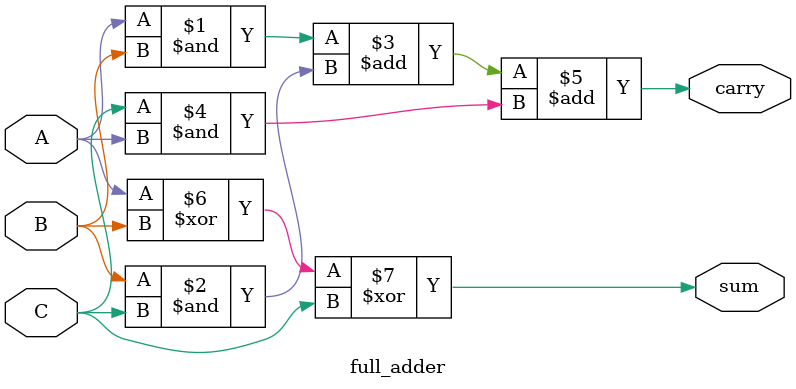
<source format=v>

module full_adder (
    input wire A,
    input wire B,
    input wire C,
    output wire sum,
    output wire carry
);

  assign carry = (A & B) + (B & C) + (C & A);  
  assign sum = A ^ B ^ C;
  // assign sum = ~A &  ~B & C + ~A & B & ~C + A & ~B & ~C + A & B & C

endmodule 


</source>
